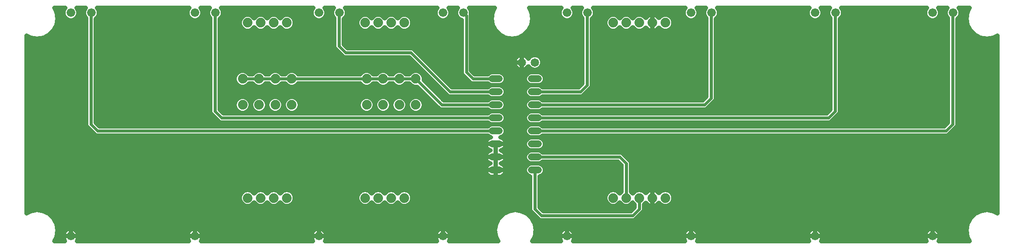
<source format=gbl>
G75*
G70*
%OFA0B0*%
%FSLAX24Y24*%
%IPPOS*%
%LPD*%
%AMOC8*
5,1,8,0,0,1.08239X$1,22.5*
%
%ADD10C,0.0660*%
%ADD11C,0.0520*%
%ADD12C,0.0740*%
%ADD13C,0.0650*%
%ADD14C,0.0240*%
%ADD15C,0.0320*%
D10*
X005223Y002197D03*
X014723Y002197D03*
X024223Y002197D03*
X033723Y002197D03*
X043223Y002197D03*
X052723Y002197D03*
X062223Y002197D03*
X071223Y002197D03*
X071223Y019323D03*
X072797Y019323D03*
X063797Y019323D03*
X062223Y019323D03*
X054297Y019323D03*
X052723Y019323D03*
X044797Y019323D03*
X043223Y019323D03*
X035297Y019323D03*
X033723Y019323D03*
X025797Y019323D03*
X024223Y019323D03*
X016297Y019323D03*
X014723Y019323D03*
X006797Y019323D03*
X005223Y019323D03*
D11*
X037500Y014260D02*
X038020Y014260D01*
X040500Y014260D02*
X041020Y014260D01*
X041020Y013260D02*
X040500Y013260D01*
X038020Y013260D02*
X037500Y013260D01*
X037500Y012260D02*
X038020Y012260D01*
X040500Y012260D02*
X041020Y012260D01*
X041020Y011260D02*
X040500Y011260D01*
X038020Y011260D02*
X037500Y011260D01*
X037500Y010260D02*
X038020Y010260D01*
X040500Y010260D02*
X041020Y010260D01*
X041020Y009260D02*
X040500Y009260D01*
X038020Y009260D02*
X037500Y009260D01*
X037500Y008260D02*
X038020Y008260D01*
X040500Y008260D02*
X041020Y008260D01*
X041020Y007260D02*
X040500Y007260D01*
X038020Y007260D02*
X037500Y007260D01*
D12*
X030760Y005118D03*
X029760Y005118D03*
X028760Y005118D03*
X027760Y005118D03*
X021760Y005118D03*
X020760Y005118D03*
X019760Y005118D03*
X018760Y005118D03*
X018385Y012260D03*
X019635Y012260D03*
X020885Y012260D03*
X022135Y012260D03*
X027885Y012260D03*
X029135Y012260D03*
X030385Y012260D03*
X031635Y012260D03*
X031635Y014260D03*
X030385Y014260D03*
X029135Y014260D03*
X027885Y014260D03*
X022135Y014260D03*
X020885Y014260D03*
X019635Y014260D03*
X018385Y014260D03*
X018760Y018556D03*
X019760Y018556D03*
X020760Y018556D03*
X021760Y018556D03*
X027760Y018556D03*
X028760Y018556D03*
X029760Y018556D03*
X030760Y018556D03*
X046760Y018556D03*
X047760Y018556D03*
X048760Y018556D03*
X049760Y018556D03*
X050760Y018556D03*
X050760Y005118D03*
X049760Y005118D03*
X048760Y005118D03*
X047760Y005118D03*
X046760Y005118D03*
D13*
X040760Y015510D03*
X039760Y015510D03*
D14*
X036010Y014260D02*
X035510Y014760D01*
X035510Y019110D01*
X035297Y019323D01*
X044760Y019286D02*
X044797Y019323D01*
X044760Y019286D02*
X044760Y013760D01*
X044260Y013260D01*
X040760Y013260D01*
X037760Y013260D02*
X034260Y013260D01*
X031260Y016260D01*
X026260Y016260D01*
X025760Y016760D01*
X025760Y018860D01*
X025797Y019323D01*
X016297Y019323D02*
X016260Y019110D01*
X016260Y011760D01*
X016760Y011260D01*
X037760Y011260D01*
X037760Y012260D02*
X033635Y012260D01*
X031635Y014260D01*
X030385Y014260D01*
X029135Y014260D01*
X027885Y014260D01*
X022135Y014260D01*
X020885Y014260D01*
X019635Y014260D01*
X018385Y014260D01*
X007260Y010260D02*
X006760Y010760D01*
X006760Y019286D01*
X006797Y019323D01*
X036010Y014260D02*
X037760Y014260D01*
X040760Y012260D02*
X053760Y012260D01*
X054260Y012760D01*
X054260Y019286D01*
X054297Y019323D01*
X063760Y019286D02*
X063797Y019323D01*
X063760Y019286D02*
X063760Y011760D01*
X063260Y011260D01*
X040760Y011260D01*
X040760Y010260D02*
X072260Y010260D01*
X072760Y010760D01*
X072760Y019286D01*
X072797Y019323D01*
X037760Y010260D02*
X007260Y010260D01*
X040760Y008260D02*
X047260Y008260D01*
X047760Y007760D01*
X047760Y005118D01*
X048760Y005118D02*
X048760Y004260D01*
X048260Y003760D01*
X041260Y003760D01*
X040760Y004260D01*
X040760Y007260D01*
D15*
X004119Y002153D02*
X003949Y001820D01*
X004767Y001820D01*
X004718Y001888D01*
X004676Y001971D01*
X004647Y002059D01*
X004633Y002151D01*
X004633Y002197D01*
X005223Y002197D01*
X005813Y002197D01*
X005813Y002243D01*
X005798Y002335D01*
X005769Y002423D01*
X005727Y002506D01*
X005673Y002581D01*
X005607Y002647D01*
X005532Y002702D01*
X005449Y002744D01*
X005361Y002772D01*
X005269Y002787D01*
X005223Y002787D01*
X005223Y002197D01*
X005223Y002197D01*
X005813Y002197D01*
X005813Y002151D01*
X005798Y002059D01*
X005769Y001971D01*
X005727Y001888D01*
X005678Y001820D01*
X014267Y001820D01*
X014218Y001888D01*
X014176Y001971D01*
X014147Y002059D01*
X014133Y002151D01*
X014133Y002197D01*
X014723Y002197D01*
X015313Y002197D01*
X015313Y002243D01*
X015298Y002335D01*
X015269Y002423D01*
X015227Y002506D01*
X015173Y002581D01*
X015107Y002647D01*
X015032Y002702D01*
X014949Y002744D01*
X014861Y002772D01*
X014769Y002787D01*
X014723Y002787D01*
X014723Y002197D01*
X014723Y002197D01*
X015313Y002197D01*
X015313Y002151D01*
X015298Y002059D01*
X015269Y001971D01*
X015227Y001888D01*
X015178Y001820D01*
X023767Y001820D01*
X023718Y001888D01*
X023676Y001971D01*
X023647Y002059D01*
X023633Y002151D01*
X023633Y002197D01*
X024223Y002197D01*
X024813Y002197D01*
X024813Y002243D01*
X024798Y002335D01*
X024769Y002423D01*
X024727Y002506D01*
X024673Y002581D01*
X024607Y002647D01*
X024532Y002702D01*
X024449Y002744D01*
X024361Y002772D01*
X024269Y002787D01*
X024223Y002787D01*
X024223Y002197D01*
X024223Y002197D01*
X024813Y002197D01*
X024813Y002151D01*
X024798Y002059D01*
X024769Y001971D01*
X024727Y001888D01*
X024678Y001820D01*
X033267Y001820D01*
X033218Y001888D01*
X033176Y001971D01*
X033147Y002059D01*
X033133Y002151D01*
X033133Y002197D01*
X033723Y002197D01*
X034313Y002197D01*
X034313Y002243D01*
X034298Y002335D01*
X034269Y002423D01*
X034227Y002506D01*
X034173Y002581D01*
X034107Y002647D01*
X034032Y002702D01*
X033949Y002744D01*
X033861Y002772D01*
X033769Y002787D01*
X033723Y002787D01*
X033723Y002197D01*
X033723Y002197D01*
X034313Y002197D01*
X034313Y002151D01*
X034298Y002059D01*
X034269Y001971D01*
X034227Y001888D01*
X034178Y001820D01*
X037946Y001820D01*
X037776Y002153D01*
X037776Y002153D01*
X037700Y002635D01*
X037700Y002635D01*
X037776Y003117D01*
X037776Y003117D01*
X037998Y003552D01*
X037998Y003552D01*
X038343Y003897D01*
X038343Y003897D01*
X038778Y004119D01*
X038778Y004119D01*
X039260Y004195D01*
X039260Y004195D01*
X039742Y004119D01*
X039742Y004119D01*
X040177Y003897D01*
X040177Y003897D01*
X040522Y003552D01*
X040522Y003552D01*
X040744Y003117D01*
X040744Y003117D01*
X040820Y002635D01*
X040744Y002153D01*
X040744Y002153D01*
X040574Y001820D01*
X042767Y001820D01*
X042718Y001888D01*
X042676Y001971D01*
X042647Y002059D01*
X042633Y002151D01*
X042633Y002197D01*
X043223Y002197D01*
X043813Y002197D01*
X043813Y002243D01*
X043798Y002335D01*
X043769Y002423D01*
X043727Y002506D01*
X043673Y002581D01*
X043607Y002647D01*
X043532Y002702D01*
X043449Y002744D01*
X043361Y002772D01*
X043269Y002787D01*
X043223Y002787D01*
X043223Y002197D01*
X043223Y002197D01*
X043813Y002197D01*
X043813Y002151D01*
X043798Y002059D01*
X043769Y001971D01*
X043727Y001888D01*
X043678Y001820D01*
X052267Y001820D01*
X052218Y001888D01*
X052176Y001971D01*
X052147Y002059D01*
X052133Y002151D01*
X052133Y002197D01*
X052723Y002197D01*
X053313Y002197D01*
X053313Y002243D01*
X053298Y002335D01*
X053269Y002423D01*
X053227Y002506D01*
X053173Y002581D01*
X053107Y002647D01*
X053032Y002702D01*
X052949Y002744D01*
X052861Y002772D01*
X052769Y002787D01*
X052723Y002787D01*
X052723Y002197D01*
X052723Y002197D01*
X053313Y002197D01*
X053313Y002151D01*
X053298Y002059D01*
X053269Y001971D01*
X053227Y001888D01*
X053178Y001820D01*
X061767Y001820D01*
X061718Y001888D01*
X061676Y001971D01*
X061647Y002059D01*
X061633Y002151D01*
X061633Y002197D01*
X062223Y002197D01*
X062813Y002197D01*
X062813Y002243D01*
X062798Y002335D01*
X062769Y002423D01*
X062727Y002506D01*
X062673Y002581D01*
X062607Y002647D01*
X062532Y002702D01*
X062449Y002744D01*
X062361Y002772D01*
X062269Y002787D01*
X062223Y002787D01*
X062223Y002197D01*
X062223Y002197D01*
X062813Y002197D01*
X062813Y002151D01*
X062798Y002059D01*
X062769Y001971D01*
X062727Y001888D01*
X062678Y001820D01*
X070767Y001820D01*
X070718Y001888D01*
X070676Y001971D01*
X070647Y002059D01*
X070633Y002151D01*
X070633Y002197D01*
X071223Y002197D01*
X071813Y002197D01*
X071813Y002243D01*
X071798Y002335D01*
X071769Y002423D01*
X071727Y002506D01*
X071673Y002581D01*
X071607Y002647D01*
X071532Y002702D01*
X071449Y002744D01*
X071361Y002772D01*
X071269Y002787D01*
X071223Y002787D01*
X071223Y002197D01*
X071223Y002197D01*
X071813Y002197D01*
X071813Y002151D01*
X071798Y002059D01*
X071769Y001971D01*
X071727Y001888D01*
X071678Y001820D01*
X074071Y001820D01*
X073901Y002153D01*
X073901Y002153D01*
X073825Y002635D01*
X073825Y002635D01*
X073901Y003117D01*
X073901Y003117D01*
X074123Y003552D01*
X074123Y003552D01*
X074468Y003897D01*
X074468Y003897D01*
X074903Y004119D01*
X074903Y004119D01*
X075385Y004195D01*
X075385Y004195D01*
X075867Y004119D01*
X075867Y004119D01*
X076200Y003949D01*
X076200Y017571D01*
X075867Y017401D01*
X075867Y017401D01*
X075385Y017325D01*
X075385Y017325D01*
X074903Y017401D01*
X074903Y017401D01*
X074468Y017623D01*
X074468Y017623D01*
X074123Y017968D01*
X074123Y017968D01*
X073901Y018403D01*
X073901Y018403D01*
X073825Y018885D01*
X073825Y018885D01*
X073901Y019367D01*
X073901Y019367D01*
X074071Y019700D01*
X073226Y019700D01*
X073281Y019646D01*
X073367Y019436D01*
X073367Y019210D01*
X073281Y019000D01*
X073120Y018840D01*
X073120Y018840D01*
X073120Y010688D01*
X073065Y010556D01*
X072964Y010455D01*
X072464Y009955D01*
X072332Y009900D01*
X041367Y009900D01*
X041303Y009836D01*
X041119Y009760D01*
X041303Y009684D01*
X041444Y009543D01*
X041520Y009359D01*
X041520Y009161D01*
X041444Y008977D01*
X041303Y008836D01*
X041119Y008760D01*
X040401Y008760D01*
X040217Y008836D01*
X040076Y008977D01*
X040000Y009161D01*
X040000Y009359D01*
X040076Y009543D01*
X040217Y009684D01*
X040401Y009760D01*
X041119Y009760D01*
X040401Y009760D01*
X040217Y009836D01*
X040076Y009977D01*
X040000Y010161D01*
X040000Y010359D01*
X040076Y010543D01*
X040217Y010684D01*
X040401Y010760D01*
X041119Y010760D01*
X041303Y010684D01*
X041367Y010620D01*
X072111Y010620D01*
X072400Y010909D01*
X072400Y018914D01*
X072314Y019000D01*
X072227Y019210D01*
X072227Y019436D01*
X072314Y019646D01*
X072368Y019700D01*
X071652Y019700D01*
X071706Y019646D01*
X071793Y019436D01*
X071793Y019210D01*
X071706Y019000D01*
X071545Y018840D01*
X071336Y018753D01*
X071109Y018753D01*
X070900Y018840D01*
X070739Y019000D01*
X070653Y019210D01*
X070653Y019436D01*
X070739Y019646D01*
X070794Y019700D01*
X064226Y019700D01*
X064281Y019646D01*
X064367Y019436D01*
X064367Y019210D01*
X064281Y019000D01*
X064120Y018840D01*
X064120Y018840D01*
X064120Y011688D01*
X064065Y011556D01*
X063964Y011455D01*
X063464Y010955D01*
X063332Y010900D01*
X041367Y010900D01*
X041303Y010836D01*
X041119Y010760D01*
X040401Y010760D01*
X040217Y010836D01*
X040076Y010977D01*
X040000Y011161D01*
X040000Y011359D01*
X040076Y011543D01*
X040217Y011684D01*
X040401Y011760D01*
X041119Y011760D01*
X041303Y011684D01*
X041367Y011620D01*
X063111Y011620D01*
X063400Y011909D01*
X063400Y018914D01*
X063314Y019000D01*
X063227Y019210D01*
X063227Y019436D01*
X063314Y019646D01*
X063368Y019700D01*
X062652Y019700D01*
X062706Y019646D01*
X062793Y019436D01*
X062793Y019210D01*
X062706Y019000D01*
X062545Y018840D01*
X062336Y018753D01*
X062109Y018753D01*
X061900Y018840D01*
X061739Y019000D01*
X061653Y019210D01*
X061653Y019436D01*
X061739Y019646D01*
X061794Y019700D01*
X054726Y019700D01*
X054781Y019646D01*
X054867Y019436D01*
X054867Y019210D01*
X054781Y019000D01*
X054620Y018840D01*
X054620Y018840D01*
X054620Y012688D01*
X054565Y012556D01*
X054464Y012455D01*
X053964Y011955D01*
X053832Y011900D01*
X041367Y011900D01*
X041303Y011836D01*
X041119Y011760D01*
X040401Y011760D01*
X040217Y011836D01*
X040076Y011977D01*
X040000Y012161D01*
X040000Y012359D01*
X040076Y012543D01*
X040217Y012684D01*
X040401Y012760D01*
X041119Y012760D01*
X041303Y012684D01*
X041367Y012620D01*
X053611Y012620D01*
X053900Y012909D01*
X053900Y018914D01*
X053814Y019000D01*
X053727Y019210D01*
X053727Y019436D01*
X053814Y019646D01*
X053868Y019700D01*
X053152Y019700D01*
X053206Y019646D01*
X053293Y019436D01*
X053293Y019210D01*
X053206Y019000D01*
X053045Y018840D01*
X052836Y018753D01*
X052609Y018753D01*
X052400Y018840D01*
X052239Y019000D01*
X052153Y019210D01*
X052153Y019436D01*
X052239Y019646D01*
X052294Y019700D01*
X045226Y019700D01*
X045281Y019646D01*
X045367Y019436D01*
X045367Y019210D01*
X045281Y019000D01*
X045120Y018840D01*
X045120Y018840D01*
X045120Y013688D01*
X045065Y013556D01*
X044964Y013455D01*
X044464Y012955D01*
X044332Y012900D01*
X041367Y012900D01*
X041303Y012836D01*
X041119Y012760D01*
X040401Y012760D01*
X040217Y012836D01*
X040076Y012977D01*
X040000Y013161D01*
X040000Y013359D01*
X040076Y013543D01*
X040217Y013684D01*
X040401Y013760D01*
X041119Y013760D01*
X041303Y013836D01*
X041444Y013977D01*
X041520Y014161D01*
X041520Y014359D01*
X041444Y014543D01*
X041303Y014684D01*
X041119Y014760D01*
X040401Y014760D01*
X040217Y014684D01*
X040076Y014543D01*
X040000Y014359D01*
X040000Y014161D01*
X040076Y013977D01*
X040217Y013836D01*
X040401Y013760D01*
X041119Y013760D01*
X041303Y013684D01*
X041367Y013620D01*
X044111Y013620D01*
X044400Y013909D01*
X044400Y018914D01*
X044314Y019000D01*
X044227Y019210D01*
X044227Y019436D01*
X044314Y019646D01*
X044368Y019700D01*
X043652Y019700D01*
X043706Y019646D01*
X043793Y019436D01*
X043793Y019210D01*
X043706Y019000D01*
X043545Y018840D01*
X043336Y018753D01*
X043109Y018753D01*
X042900Y018840D01*
X042739Y019000D01*
X042653Y019210D01*
X042653Y019436D01*
X042739Y019646D01*
X042794Y019700D01*
X040324Y019700D01*
X040494Y019367D01*
X040494Y019367D01*
X040570Y018885D01*
X040494Y018403D01*
X040494Y018403D01*
X040272Y017968D01*
X040272Y017968D01*
X039927Y017623D01*
X039927Y017623D01*
X039492Y017401D01*
X039492Y017401D01*
X039010Y017325D01*
X039010Y017325D01*
X038528Y017401D01*
X038528Y017401D01*
X038093Y017623D01*
X038093Y017623D01*
X037748Y017968D01*
X037748Y017968D01*
X037526Y018403D01*
X037450Y018885D01*
X037526Y019367D01*
X037696Y019700D01*
X035726Y019700D01*
X035781Y019646D01*
X035867Y019436D01*
X035867Y019210D01*
X035863Y019199D01*
X035870Y019182D01*
X035870Y014909D01*
X036159Y014620D01*
X037153Y014620D01*
X037217Y014684D01*
X037401Y014760D01*
X038119Y014760D01*
X038303Y014684D01*
X038444Y014543D01*
X038520Y014359D01*
X038520Y014161D01*
X038444Y013977D01*
X038303Y013836D01*
X038119Y013760D01*
X037401Y013760D01*
X037217Y013836D01*
X037153Y013900D01*
X035938Y013900D01*
X035806Y013955D01*
X035306Y014455D01*
X035205Y014556D01*
X035150Y014688D01*
X035150Y018767D01*
X034975Y018840D01*
X034814Y019000D01*
X034727Y019210D01*
X034727Y019436D01*
X034814Y019646D01*
X034868Y019700D01*
X034152Y019700D01*
X034206Y019646D01*
X034293Y019436D01*
X034293Y019210D01*
X034206Y019000D01*
X034045Y018840D01*
X033836Y018753D01*
X033609Y018753D01*
X033400Y018840D01*
X033239Y019000D01*
X033153Y019210D01*
X033153Y019436D01*
X033239Y019646D01*
X033294Y019700D01*
X026226Y019700D01*
X026281Y019646D01*
X026367Y019436D01*
X026367Y019210D01*
X026281Y019000D01*
X026120Y018840D01*
X026120Y018840D01*
X026120Y016909D01*
X026409Y016620D01*
X031332Y016620D01*
X031464Y016565D01*
X031565Y016464D01*
X031565Y016464D01*
X034409Y013620D01*
X037153Y013620D01*
X037217Y013684D01*
X037401Y013760D01*
X038119Y013760D01*
X038303Y013684D01*
X038444Y013543D01*
X038520Y013359D01*
X038520Y013161D01*
X038444Y012977D01*
X038303Y012836D01*
X038119Y012760D01*
X038303Y012684D01*
X038444Y012543D01*
X038520Y012359D01*
X038520Y012161D01*
X038444Y011977D01*
X038303Y011836D01*
X038119Y011760D01*
X037401Y011760D01*
X037217Y011836D01*
X037153Y011900D01*
X033563Y011900D01*
X033431Y011955D01*
X031736Y013650D01*
X031514Y013650D01*
X031289Y013743D01*
X031132Y013900D01*
X030888Y013900D01*
X030731Y013743D01*
X030506Y013650D01*
X030264Y013650D01*
X030039Y013743D01*
X029882Y013900D01*
X029638Y013900D01*
X029481Y013743D01*
X029256Y013650D01*
X029014Y013650D01*
X028789Y013743D01*
X028632Y013900D01*
X028388Y013900D01*
X028231Y013743D01*
X028006Y013650D01*
X027764Y013650D01*
X027539Y013743D01*
X027382Y013900D01*
X022638Y013900D01*
X022481Y013743D01*
X022256Y013650D01*
X022014Y013650D01*
X021789Y013743D01*
X021632Y013900D01*
X021388Y013900D01*
X021231Y013743D01*
X021006Y013650D01*
X020764Y013650D01*
X020539Y013743D01*
X020382Y013900D01*
X020138Y013900D01*
X019981Y013743D01*
X019756Y013650D01*
X019514Y013650D01*
X019289Y013743D01*
X019132Y013900D01*
X018888Y013900D01*
X018731Y013743D01*
X018506Y013650D01*
X018264Y013650D01*
X018039Y013743D01*
X017868Y013914D01*
X017775Y014139D01*
X017775Y014381D01*
X017868Y014606D01*
X018039Y014777D01*
X018264Y014870D01*
X018506Y014870D01*
X018731Y014777D01*
X018888Y014620D01*
X019132Y014620D01*
X019289Y014777D01*
X019514Y014870D01*
X019756Y014870D01*
X019981Y014777D01*
X020138Y014620D01*
X020382Y014620D01*
X020539Y014777D01*
X020764Y014870D01*
X021006Y014870D01*
X021231Y014777D01*
X021388Y014620D01*
X021632Y014620D01*
X021789Y014777D01*
X022014Y014870D01*
X022256Y014870D01*
X022481Y014777D01*
X022638Y014620D01*
X027382Y014620D01*
X027539Y014777D01*
X027764Y014870D01*
X028006Y014870D01*
X028231Y014777D01*
X028388Y014620D01*
X028632Y014620D01*
X028789Y014777D01*
X029014Y014870D01*
X029256Y014870D01*
X029481Y014777D01*
X029638Y014620D01*
X029882Y014620D01*
X030039Y014777D01*
X030264Y014870D01*
X030506Y014870D01*
X030731Y014777D01*
X030888Y014620D01*
X031132Y014620D01*
X031289Y014777D01*
X031514Y014870D01*
X031756Y014870D01*
X031981Y014777D01*
X032152Y014606D01*
X032245Y014381D01*
X032245Y014159D01*
X033784Y012620D01*
X037153Y012620D01*
X037217Y012684D01*
X037401Y012760D01*
X038119Y012760D01*
X037401Y012760D01*
X037217Y012836D01*
X037153Y012900D01*
X034188Y012900D01*
X034056Y012955D01*
X031111Y015900D01*
X026188Y015900D01*
X026056Y015955D01*
X025556Y016455D01*
X025455Y016556D01*
X025400Y016688D01*
X025400Y018804D01*
X025395Y018818D01*
X025400Y018875D01*
X025400Y018914D01*
X025314Y019000D01*
X025227Y019210D01*
X025227Y019436D01*
X025314Y019646D01*
X025368Y019700D01*
X024652Y019700D01*
X024706Y019646D01*
X024793Y019436D01*
X024793Y019210D01*
X024706Y019000D01*
X024545Y018840D01*
X024336Y018753D01*
X024109Y018753D01*
X023900Y018840D01*
X023739Y019000D01*
X023653Y019210D01*
X023653Y019436D01*
X023739Y019646D01*
X023794Y019700D01*
X016726Y019700D01*
X016781Y019646D01*
X016867Y019436D01*
X016867Y019210D01*
X016781Y019000D01*
X016620Y018840D01*
X016620Y018840D01*
X016620Y011909D01*
X016909Y011620D01*
X037153Y011620D01*
X037217Y011684D01*
X037401Y011760D01*
X038119Y011760D01*
X038303Y011684D01*
X038444Y011543D01*
X038520Y011359D01*
X038520Y011161D01*
X038444Y010977D01*
X038303Y010836D01*
X038119Y010760D01*
X037401Y010760D01*
X037217Y010836D01*
X037153Y010900D01*
X016688Y010900D01*
X016556Y010955D01*
X016056Y011455D01*
X015955Y011556D01*
X015900Y011688D01*
X015900Y018914D01*
X015814Y019000D01*
X015727Y019210D01*
X015727Y019436D01*
X015814Y019646D01*
X015868Y019700D01*
X015152Y019700D01*
X015206Y019646D01*
X015293Y019436D01*
X015293Y019210D01*
X015206Y019000D01*
X015045Y018840D01*
X014836Y018753D01*
X014609Y018753D01*
X014400Y018840D01*
X014239Y019000D01*
X014153Y019210D01*
X014153Y019436D01*
X014239Y019646D01*
X014294Y019700D01*
X007226Y019700D01*
X007281Y019646D01*
X007367Y019436D01*
X007367Y019210D01*
X007281Y019000D01*
X007120Y018840D01*
X007120Y018840D01*
X007120Y010909D01*
X007409Y010620D01*
X037153Y010620D01*
X037217Y010684D01*
X037401Y010760D01*
X038119Y010760D01*
X038303Y010684D01*
X038444Y010543D01*
X038520Y010359D01*
X038520Y010161D01*
X038444Y009977D01*
X038303Y009836D01*
X038138Y009768D01*
X038142Y009767D01*
X038220Y009742D01*
X038293Y009705D01*
X038359Y009657D01*
X038417Y009599D01*
X038465Y009533D01*
X038502Y009460D01*
X038527Y009382D01*
X038540Y009301D01*
X038540Y009260D01*
X037760Y009260D01*
X037760Y009260D01*
X037760Y008780D01*
X037760Y008260D01*
X037760Y008260D01*
X038540Y008260D01*
X038540Y008301D01*
X038527Y008382D01*
X038502Y008460D01*
X038465Y008533D01*
X038417Y008599D01*
X038359Y008657D01*
X038293Y008705D01*
X038220Y008742D01*
X038164Y008760D01*
X038220Y008778D01*
X038293Y008815D01*
X038359Y008863D01*
X038417Y008921D01*
X038465Y008987D01*
X038502Y009060D01*
X038527Y009138D01*
X038540Y009219D01*
X038540Y009260D01*
X037760Y009260D01*
X037760Y009260D01*
X037760Y009260D01*
X036980Y009260D01*
X036980Y009301D01*
X036993Y009382D01*
X037018Y009460D01*
X037055Y009533D01*
X037103Y009599D01*
X037161Y009657D01*
X037227Y009705D01*
X037300Y009742D01*
X037378Y009767D01*
X037382Y009768D01*
X037217Y009836D01*
X037153Y009900D01*
X007188Y009900D01*
X007056Y009955D01*
X006556Y010455D01*
X006455Y010556D01*
X006400Y010688D01*
X006400Y018914D01*
X006314Y019000D01*
X006227Y019210D01*
X006227Y019436D01*
X006314Y019646D01*
X006368Y019700D01*
X005652Y019700D01*
X005706Y019646D01*
X005793Y019436D01*
X005793Y019210D01*
X005706Y019000D01*
X005545Y018840D01*
X005336Y018753D01*
X005109Y018753D01*
X004900Y018840D01*
X004739Y019000D01*
X004653Y019210D01*
X004653Y019436D01*
X004739Y019646D01*
X004794Y019700D01*
X003949Y019700D01*
X004119Y019367D01*
X004119Y019367D01*
X004195Y018885D01*
X004119Y018403D01*
X004119Y018403D01*
X003897Y017968D01*
X003897Y017968D01*
X003552Y017623D01*
X003552Y017623D01*
X003117Y017401D01*
X003117Y017401D01*
X002635Y017325D01*
X002635Y017325D01*
X002153Y017401D01*
X002153Y017401D01*
X001820Y017571D01*
X001820Y003949D01*
X002153Y004119D01*
X002153Y004119D01*
X002635Y004195D01*
X002635Y004195D01*
X003117Y004119D01*
X003117Y004119D01*
X003552Y003897D01*
X003552Y003897D01*
X003897Y003552D01*
X003897Y003552D01*
X004119Y003117D01*
X004119Y003117D01*
X004195Y002635D01*
X004195Y002635D01*
X004119Y002153D01*
X004129Y002216D02*
X004633Y002216D01*
X004633Y002197D02*
X005223Y002197D01*
X005223Y002197D01*
X005223Y002787D01*
X005176Y002787D01*
X005084Y002772D01*
X004996Y002744D01*
X004913Y002702D01*
X004838Y002647D01*
X004773Y002581D01*
X004718Y002506D01*
X004676Y002423D01*
X004647Y002335D01*
X004633Y002243D01*
X004633Y002197D01*
X004738Y002534D02*
X004179Y002534D01*
X005223Y002534D02*
X005223Y002534D01*
X005223Y002216D02*
X005223Y002216D01*
X005223Y002197D02*
X005223Y002197D01*
X005707Y002534D02*
X014238Y002534D01*
X014218Y002506D02*
X014176Y002423D01*
X014147Y002335D01*
X014133Y002243D01*
X014133Y002197D01*
X014723Y002197D01*
X014723Y002197D01*
X014723Y002787D01*
X014676Y002787D01*
X014584Y002772D01*
X014496Y002744D01*
X014413Y002702D01*
X014338Y002647D01*
X014273Y002581D01*
X014218Y002506D01*
X014133Y002216D02*
X005813Y002216D01*
X005732Y001897D02*
X014213Y001897D01*
X015232Y001897D02*
X023713Y001897D01*
X024732Y001897D02*
X033213Y001897D01*
X034232Y001897D02*
X037907Y001897D01*
X037766Y002216D02*
X034313Y002216D01*
X034207Y002534D02*
X037716Y002534D01*
X037734Y002853D02*
X004161Y002853D01*
X004091Y003171D02*
X037804Y003171D01*
X037966Y003490D02*
X003929Y003490D01*
X003641Y003808D02*
X038254Y003808D01*
X038828Y004127D02*
X003067Y004127D01*
X002203Y004127D02*
X001820Y004127D01*
X001820Y004445D02*
X040400Y004445D01*
X040400Y004188D02*
X040455Y004056D01*
X040955Y003556D01*
X041056Y003455D01*
X041188Y003400D01*
X048332Y003400D01*
X048464Y003455D01*
X048964Y003955D01*
X049065Y004056D01*
X049120Y004188D01*
X049120Y004616D01*
X049251Y004747D01*
X049279Y004708D01*
X049350Y004638D01*
X049430Y004579D01*
X049518Y004534D01*
X049612Y004504D01*
X049710Y004488D01*
X049760Y004488D01*
X049810Y004488D01*
X049908Y004504D01*
X050002Y004534D01*
X050090Y004579D01*
X050170Y004638D01*
X050241Y004708D01*
X050269Y004747D01*
X050414Y004601D01*
X050639Y004508D01*
X050881Y004508D01*
X051106Y004601D01*
X051277Y004773D01*
X051370Y004997D01*
X051370Y005240D01*
X051277Y005464D01*
X051106Y005635D01*
X050881Y005728D01*
X050639Y005728D01*
X050414Y005635D01*
X050269Y005490D01*
X050241Y005529D01*
X050170Y005599D01*
X050090Y005657D01*
X050002Y005702D01*
X049908Y005733D01*
X049810Y005748D01*
X049760Y005748D01*
X049760Y005118D01*
X049760Y004488D01*
X049760Y005118D01*
X049760Y005118D01*
X049760Y005748D01*
X049710Y005748D01*
X049612Y005733D01*
X049518Y005702D01*
X049430Y005657D01*
X049350Y005599D01*
X049279Y005529D01*
X049251Y005490D01*
X049106Y005635D01*
X048881Y005728D01*
X048639Y005728D01*
X048414Y005635D01*
X048260Y005481D01*
X048120Y005621D01*
X048120Y007832D01*
X048065Y007964D01*
X047964Y008065D01*
X047464Y008565D01*
X047332Y008620D01*
X041367Y008620D01*
X041303Y008684D01*
X041119Y008760D01*
X040401Y008760D01*
X040217Y008684D01*
X040076Y008543D01*
X040000Y008359D01*
X040000Y008161D01*
X040076Y007977D01*
X040217Y007836D01*
X040401Y007760D01*
X041119Y007760D01*
X041303Y007684D01*
X041444Y007543D01*
X041520Y007359D01*
X041520Y007161D01*
X041444Y006977D01*
X041303Y006836D01*
X041120Y006760D01*
X041120Y004409D01*
X041409Y004120D01*
X048111Y004120D01*
X048400Y004409D01*
X048400Y004616D01*
X048260Y004756D01*
X048106Y004601D01*
X047881Y004508D01*
X047639Y004508D01*
X047414Y004601D01*
X047260Y004756D01*
X047106Y004601D01*
X046881Y004508D01*
X046639Y004508D01*
X046414Y004601D01*
X046243Y004773D01*
X046150Y004997D01*
X046150Y005240D01*
X046243Y005464D01*
X046414Y005635D01*
X046639Y005728D01*
X046881Y005728D01*
X047106Y005635D01*
X047260Y005481D01*
X047400Y005621D01*
X047400Y007611D01*
X047111Y007900D01*
X041367Y007900D01*
X041303Y007836D01*
X041119Y007760D01*
X040401Y007760D01*
X040217Y007684D01*
X040076Y007543D01*
X040000Y007359D01*
X040000Y007161D01*
X040076Y006977D01*
X040217Y006836D01*
X040400Y006760D01*
X040400Y004188D01*
X040426Y004127D02*
X039692Y004127D01*
X040266Y003808D02*
X040703Y003808D01*
X040554Y003490D02*
X041021Y003490D01*
X040716Y003171D02*
X073929Y003171D01*
X073859Y002853D02*
X040786Y002853D01*
X040804Y002534D02*
X042738Y002534D01*
X042718Y002506D02*
X042676Y002423D01*
X042647Y002335D01*
X042633Y002243D01*
X042633Y002197D01*
X043223Y002197D01*
X043223Y002197D01*
X043223Y002787D01*
X043176Y002787D01*
X043084Y002772D01*
X042996Y002744D01*
X042913Y002702D01*
X042838Y002647D01*
X042773Y002581D01*
X042718Y002506D01*
X042633Y002216D02*
X040754Y002216D01*
X040613Y001897D02*
X042713Y001897D01*
X043223Y002197D02*
X043223Y002197D01*
X043223Y002216D02*
X043223Y002216D01*
X043223Y002534D02*
X043223Y002534D01*
X043707Y002534D02*
X052238Y002534D01*
X052218Y002506D02*
X052176Y002423D01*
X052147Y002335D01*
X052133Y002243D01*
X052133Y002197D01*
X052723Y002197D01*
X052723Y002197D01*
X052723Y002787D01*
X052676Y002787D01*
X052584Y002772D01*
X052496Y002744D01*
X052413Y002702D01*
X052338Y002647D01*
X052273Y002581D01*
X052218Y002506D01*
X052133Y002216D02*
X043813Y002216D01*
X043732Y001897D02*
X052213Y001897D01*
X052723Y002197D02*
X052723Y002197D01*
X052723Y002216D02*
X052723Y002216D01*
X052723Y002534D02*
X052723Y002534D01*
X053207Y002534D02*
X061738Y002534D01*
X061718Y002506D02*
X061676Y002423D01*
X061647Y002335D01*
X061633Y002243D01*
X061633Y002197D01*
X062223Y002197D01*
X062223Y002197D01*
X062223Y002787D01*
X062176Y002787D01*
X062084Y002772D01*
X061996Y002744D01*
X061913Y002702D01*
X061838Y002647D01*
X061773Y002581D01*
X061718Y002506D01*
X061633Y002216D02*
X053313Y002216D01*
X053232Y001897D02*
X061713Y001897D01*
X062732Y001897D02*
X070713Y001897D01*
X071732Y001897D02*
X074032Y001897D01*
X073891Y002216D02*
X071813Y002216D01*
X071707Y002534D02*
X073841Y002534D01*
X071223Y002534D02*
X071223Y002534D01*
X071223Y002787D02*
X071223Y002197D01*
X071223Y002197D01*
X071223Y002197D01*
X070633Y002197D01*
X070633Y002243D01*
X070647Y002335D01*
X070676Y002423D01*
X070718Y002506D01*
X070773Y002581D01*
X070838Y002647D01*
X070913Y002702D01*
X070996Y002744D01*
X071084Y002772D01*
X071176Y002787D01*
X071223Y002787D01*
X070738Y002534D02*
X062707Y002534D01*
X062813Y002216D02*
X070633Y002216D01*
X071223Y002216D02*
X071223Y002216D01*
X074091Y003490D02*
X048499Y003490D01*
X048817Y003808D02*
X074379Y003808D01*
X074953Y004127D02*
X049094Y004127D01*
X049120Y004445D02*
X076200Y004445D01*
X076200Y004127D02*
X075817Y004127D01*
X076200Y004764D02*
X051268Y004764D01*
X051370Y005082D02*
X076200Y005082D01*
X076200Y005401D02*
X051303Y005401D01*
X050904Y005719D02*
X076200Y005719D01*
X076200Y006038D02*
X048120Y006038D01*
X048120Y006356D02*
X076200Y006356D01*
X076200Y006675D02*
X048120Y006675D01*
X048120Y006993D02*
X076200Y006993D01*
X076200Y007312D02*
X048120Y007312D01*
X047400Y007312D02*
X041520Y007312D01*
X041451Y006993D02*
X047400Y006993D01*
X047400Y006675D02*
X041120Y006675D01*
X040400Y006675D02*
X001820Y006675D01*
X001820Y006993D02*
X037052Y006993D01*
X037055Y006987D02*
X037103Y006921D01*
X037161Y006863D01*
X037227Y006815D01*
X037300Y006778D01*
X037378Y006753D01*
X037459Y006740D01*
X037760Y006740D01*
X038061Y006740D01*
X038142Y006753D01*
X038220Y006778D01*
X038293Y006815D01*
X038359Y006863D01*
X038417Y006921D01*
X038465Y006987D01*
X038502Y007060D01*
X038527Y007138D01*
X038540Y007219D01*
X038540Y007260D01*
X038540Y007301D01*
X038527Y007382D01*
X038502Y007460D01*
X038465Y007533D01*
X038417Y007599D01*
X038359Y007657D01*
X038293Y007705D01*
X038220Y007742D01*
X038164Y007760D01*
X038220Y007778D01*
X038293Y007815D01*
X038359Y007863D01*
X038417Y007921D01*
X038465Y007987D01*
X038502Y008060D01*
X038527Y008138D01*
X038540Y008219D01*
X038540Y008260D01*
X037760Y008260D01*
X037760Y008260D01*
X037760Y009260D01*
X036980Y009260D01*
X036980Y009219D01*
X036993Y009138D01*
X037018Y009060D01*
X037055Y008987D01*
X037103Y008921D01*
X037161Y008863D01*
X037227Y008815D01*
X037300Y008778D01*
X037356Y008760D01*
X037300Y008742D01*
X037227Y008705D01*
X037161Y008657D01*
X037103Y008599D01*
X037055Y008533D01*
X037018Y008460D01*
X036993Y008382D01*
X036980Y008301D01*
X036980Y008260D01*
X037760Y008260D01*
X037760Y007260D01*
X037760Y007260D01*
X038540Y007260D01*
X037760Y007260D01*
X037760Y007260D01*
X037760Y007780D01*
X037760Y008260D01*
X037760Y008260D01*
X037760Y008260D01*
X036980Y008260D01*
X036980Y008219D01*
X036993Y008138D01*
X037018Y008060D01*
X037055Y007987D01*
X037103Y007921D01*
X037161Y007863D01*
X037227Y007815D01*
X037300Y007778D01*
X037356Y007760D01*
X037300Y007742D01*
X037227Y007705D01*
X037161Y007657D01*
X037103Y007599D01*
X037055Y007533D01*
X037018Y007460D01*
X036993Y007382D01*
X036980Y007301D01*
X036980Y007260D01*
X037760Y007260D01*
X037760Y006740D01*
X037760Y007260D01*
X037760Y007260D01*
X037760Y007260D01*
X036980Y007260D01*
X036980Y007219D01*
X036993Y007138D01*
X037018Y007060D01*
X037055Y006987D01*
X036982Y007312D02*
X001820Y007312D01*
X001820Y007630D02*
X037135Y007630D01*
X037084Y007949D02*
X001820Y007949D01*
X001820Y008267D02*
X036980Y008267D01*
X037094Y008586D02*
X001820Y008586D01*
X001820Y008904D02*
X037121Y008904D01*
X036980Y009223D02*
X001820Y009223D01*
X001820Y009541D02*
X037061Y009541D01*
X037193Y009860D02*
X001820Y009860D01*
X001820Y010178D02*
X006833Y010178D01*
X006514Y010497D02*
X001820Y010497D01*
X001820Y010815D02*
X006400Y010815D01*
X006400Y011134D02*
X001820Y011134D01*
X001820Y011452D02*
X006400Y011452D01*
X006400Y011771D02*
X001820Y011771D01*
X001820Y012089D02*
X006400Y012089D01*
X006400Y012408D02*
X001820Y012408D01*
X001820Y012726D02*
X006400Y012726D01*
X006400Y013045D02*
X001820Y013045D01*
X001820Y013363D02*
X006400Y013363D01*
X006400Y013682D02*
X001820Y013682D01*
X001820Y014000D02*
X006400Y014000D01*
X006400Y014319D02*
X001820Y014319D01*
X001820Y014637D02*
X006400Y014637D01*
X006400Y014956D02*
X001820Y014956D01*
X001820Y015274D02*
X006400Y015274D01*
X007120Y015274D02*
X015900Y015274D01*
X015900Y014956D02*
X007120Y014956D01*
X007120Y014637D02*
X015900Y014637D01*
X016620Y014637D02*
X017899Y014637D01*
X016620Y014956D02*
X032055Y014956D01*
X032121Y014637D02*
X032374Y014637D01*
X033074Y014956D02*
X035150Y014956D01*
X035150Y015274D02*
X032755Y015274D01*
X031737Y015274D02*
X016620Y015274D01*
X016620Y015593D02*
X031418Y015593D01*
X032118Y015911D02*
X035150Y015911D01*
X035150Y015593D02*
X032437Y015593D01*
X031800Y016230D02*
X035150Y016230D01*
X035150Y016548D02*
X031481Y016548D01*
X035150Y016867D02*
X026163Y016867D01*
X026120Y017185D02*
X035150Y017185D01*
X035870Y017185D02*
X044400Y017185D01*
X044400Y016867D02*
X035870Y016867D01*
X035870Y016548D02*
X044400Y016548D01*
X044400Y016230D02*
X035870Y016230D01*
X035870Y015911D02*
X039334Y015911D01*
X039314Y015891D02*
X039260Y015817D01*
X039218Y015735D01*
X039189Y015647D01*
X039175Y015556D01*
X039175Y015510D01*
X039760Y015510D01*
X039760Y015510D01*
X039760Y016095D01*
X039806Y016095D01*
X039897Y016081D01*
X039985Y016052D01*
X040067Y016010D01*
X040141Y015956D01*
X040206Y015891D01*
X040260Y015817D01*
X040269Y015800D01*
X040281Y015830D01*
X040440Y015989D01*
X040648Y016075D01*
X040872Y016075D01*
X041080Y015989D01*
X041239Y015830D01*
X041325Y015622D01*
X041325Y015398D01*
X041239Y015190D01*
X041080Y015031D01*
X040872Y014945D01*
X040648Y014945D01*
X040440Y015031D01*
X040281Y015190D01*
X040269Y015220D01*
X040260Y015203D01*
X040206Y015129D01*
X040141Y015064D01*
X040067Y015010D01*
X039985Y014968D01*
X039897Y014939D01*
X039806Y014925D01*
X039760Y014925D01*
X039760Y015510D01*
X039760Y016095D01*
X039714Y016095D01*
X039623Y016081D01*
X039535Y016052D01*
X039453Y016010D01*
X039379Y015956D01*
X039314Y015891D01*
X039181Y015593D02*
X035870Y015593D01*
X035870Y015274D02*
X039224Y015274D01*
X039218Y015285D02*
X039260Y015203D01*
X039314Y015129D01*
X039379Y015064D01*
X039453Y015010D01*
X039535Y014968D01*
X039623Y014939D01*
X039714Y014925D01*
X039760Y014925D01*
X039760Y015510D01*
X039760Y015510D01*
X039760Y015510D01*
X039175Y015510D01*
X039175Y015464D01*
X039189Y015373D01*
X039218Y015285D01*
X039760Y015274D02*
X039760Y015274D01*
X039760Y014956D02*
X039760Y014956D01*
X039947Y014956D02*
X040622Y014956D01*
X040898Y014956D02*
X044400Y014956D01*
X044400Y015274D02*
X041274Y015274D01*
X041325Y015593D02*
X044400Y015593D01*
X044400Y015911D02*
X041158Y015911D01*
X040362Y015911D02*
X040186Y015911D01*
X039760Y015911D02*
X039760Y015911D01*
X039760Y015593D02*
X039760Y015593D01*
X039573Y014956D02*
X035870Y014956D01*
X036142Y014637D02*
X037170Y014637D01*
X038350Y014637D02*
X040170Y014637D01*
X041350Y014637D02*
X044400Y014637D01*
X045120Y014637D02*
X053900Y014637D01*
X053900Y014956D02*
X045120Y014956D01*
X045120Y015274D02*
X053900Y015274D01*
X054620Y015274D02*
X063400Y015274D01*
X063400Y014956D02*
X054620Y014956D01*
X054620Y014637D02*
X063400Y014637D01*
X064120Y014637D02*
X072400Y014637D01*
X072400Y014956D02*
X064120Y014956D01*
X064120Y015274D02*
X072400Y015274D01*
X073120Y015274D02*
X076200Y015274D01*
X076200Y014956D02*
X073120Y014956D01*
X073120Y014637D02*
X076200Y014637D01*
X076200Y014319D02*
X073120Y014319D01*
X073120Y014000D02*
X076200Y014000D01*
X076200Y013682D02*
X073120Y013682D01*
X073120Y013363D02*
X076200Y013363D01*
X076200Y013045D02*
X073120Y013045D01*
X073120Y012726D02*
X076200Y012726D01*
X076200Y012408D02*
X073120Y012408D01*
X073120Y012089D02*
X076200Y012089D01*
X076200Y011771D02*
X073120Y011771D01*
X073120Y011452D02*
X076200Y011452D01*
X076200Y011134D02*
X073120Y011134D01*
X073120Y010815D02*
X076200Y010815D01*
X076200Y010497D02*
X073006Y010497D01*
X072687Y010178D02*
X076200Y010178D01*
X076200Y009860D02*
X041327Y009860D01*
X041445Y009541D02*
X076200Y009541D01*
X076200Y009223D02*
X041520Y009223D01*
X041371Y008904D02*
X076200Y008904D01*
X076200Y008586D02*
X047415Y008586D01*
X047762Y008267D02*
X076200Y008267D01*
X076200Y007949D02*
X048072Y007949D01*
X048120Y007630D02*
X076200Y007630D01*
X072306Y010815D02*
X041252Y010815D01*
X040268Y010815D02*
X038252Y010815D01*
X038509Y011134D02*
X040011Y011134D01*
X040038Y011452D02*
X038482Y011452D01*
X038145Y011771D02*
X040375Y011771D01*
X041145Y011771D02*
X063261Y011771D01*
X063961Y011452D02*
X072400Y011452D01*
X072400Y011771D02*
X064120Y011771D01*
X064120Y012089D02*
X072400Y012089D01*
X072400Y012408D02*
X064120Y012408D01*
X063400Y012408D02*
X054417Y012408D01*
X054098Y012089D02*
X063400Y012089D01*
X063400Y012726D02*
X054620Y012726D01*
X054620Y013045D02*
X063400Y013045D01*
X064120Y013045D02*
X072400Y013045D01*
X072400Y012726D02*
X064120Y012726D01*
X064120Y013363D02*
X072400Y013363D01*
X072400Y013682D02*
X064120Y013682D01*
X063400Y013682D02*
X054620Y013682D01*
X054620Y013363D02*
X063400Y013363D01*
X063400Y014000D02*
X054620Y014000D01*
X054620Y014319D02*
X063400Y014319D01*
X064120Y014319D02*
X072400Y014319D01*
X072400Y014000D02*
X064120Y014000D01*
X064120Y015593D02*
X072400Y015593D01*
X072400Y015911D02*
X064120Y015911D01*
X063400Y015911D02*
X054620Y015911D01*
X054620Y015593D02*
X063400Y015593D01*
X063400Y016230D02*
X054620Y016230D01*
X054620Y016548D02*
X063400Y016548D01*
X064120Y016548D02*
X072400Y016548D01*
X072400Y016230D02*
X064120Y016230D01*
X064120Y016867D02*
X072400Y016867D01*
X072400Y017185D02*
X064120Y017185D01*
X063400Y017185D02*
X054620Y017185D01*
X054620Y016867D02*
X063400Y016867D01*
X063400Y017504D02*
X054620Y017504D01*
X054620Y017822D02*
X063400Y017822D01*
X064120Y017822D02*
X072400Y017822D01*
X072400Y017504D02*
X064120Y017504D01*
X064120Y018141D02*
X072400Y018141D01*
X072400Y018459D02*
X064120Y018459D01*
X063400Y018459D02*
X054620Y018459D01*
X054620Y018141D02*
X063400Y018141D01*
X063400Y018778D02*
X062395Y018778D01*
X062050Y018778D02*
X054620Y018778D01*
X054820Y019096D02*
X061700Y019096D01*
X062746Y019096D02*
X063274Y019096D01*
X064120Y018778D02*
X071050Y018778D01*
X071395Y018778D02*
X072400Y018778D01*
X072274Y019096D02*
X071746Y019096D01*
X070700Y019096D02*
X064320Y019096D01*
X064367Y019415D02*
X070653Y019415D01*
X071793Y019415D02*
X072227Y019415D01*
X073320Y019096D02*
X073858Y019096D01*
X073842Y018778D02*
X073120Y018778D01*
X073120Y018459D02*
X073892Y018459D01*
X074035Y018141D02*
X073120Y018141D01*
X073120Y017822D02*
X074269Y017822D01*
X074702Y017504D02*
X073120Y017504D01*
X073120Y017185D02*
X076200Y017185D01*
X076200Y016867D02*
X073120Y016867D01*
X073120Y016548D02*
X076200Y016548D01*
X076200Y016230D02*
X073120Y016230D01*
X073120Y015911D02*
X076200Y015911D01*
X076200Y015593D02*
X073120Y015593D01*
X076068Y017504D02*
X076200Y017504D01*
X073926Y019415D02*
X073367Y019415D01*
X063227Y019415D02*
X062793Y019415D01*
X061653Y019415D02*
X054867Y019415D01*
X053774Y019096D02*
X053246Y019096D01*
X052895Y018778D02*
X053900Y018778D01*
X053900Y018459D02*
X051370Y018459D01*
X051370Y018435D02*
X051370Y018678D01*
X051277Y018902D01*
X051106Y019073D01*
X050881Y019166D01*
X050639Y019166D01*
X050414Y019073D01*
X050269Y018928D01*
X050241Y018967D01*
X050170Y019037D01*
X050090Y019095D01*
X050002Y019140D01*
X049908Y019171D01*
X049810Y019186D01*
X049760Y019186D01*
X049760Y018556D01*
X049760Y017926D01*
X049810Y017926D01*
X049908Y017942D01*
X050002Y017972D01*
X050090Y018017D01*
X050170Y018076D01*
X050241Y018146D01*
X050269Y018185D01*
X050414Y018039D01*
X050639Y017946D01*
X050881Y017946D01*
X051106Y018039D01*
X051277Y018211D01*
X051370Y018435D01*
X051207Y018141D02*
X053900Y018141D01*
X053900Y017822D02*
X045120Y017822D01*
X045120Y017504D02*
X053900Y017504D01*
X053900Y017185D02*
X045120Y017185D01*
X045120Y016867D02*
X053900Y016867D01*
X053900Y016548D02*
X045120Y016548D01*
X045120Y016230D02*
X053900Y016230D01*
X053900Y015911D02*
X045120Y015911D01*
X045120Y015593D02*
X053900Y015593D01*
X053900Y014319D02*
X045120Y014319D01*
X045120Y014000D02*
X053900Y014000D01*
X053900Y013682D02*
X045117Y013682D01*
X044872Y013363D02*
X053900Y013363D01*
X053900Y013045D02*
X044554Y013045D01*
X044172Y013682D02*
X041306Y013682D01*
X040214Y013682D02*
X038306Y013682D01*
X038519Y013363D02*
X040001Y013363D01*
X040048Y013045D02*
X038472Y013045D01*
X038202Y012726D02*
X040318Y012726D01*
X041202Y012726D02*
X053717Y012726D01*
X044400Y014000D02*
X041454Y014000D01*
X041520Y014319D02*
X044400Y014319D01*
X040066Y014000D02*
X038454Y014000D01*
X038520Y014319D02*
X040000Y014319D01*
X037214Y013682D02*
X034348Y013682D01*
X033648Y013363D02*
X033041Y013363D01*
X033329Y013682D02*
X032723Y013682D01*
X032023Y013363D02*
X016620Y013363D01*
X016620Y013682D02*
X018188Y013682D01*
X018582Y013682D02*
X019438Y013682D01*
X019832Y013682D02*
X020688Y013682D01*
X021082Y013682D02*
X021938Y013682D01*
X022332Y013682D02*
X027688Y013682D01*
X028082Y013682D02*
X028938Y013682D01*
X029332Y013682D02*
X030188Y013682D01*
X030582Y013682D02*
X031438Y013682D01*
X032404Y014000D02*
X033011Y014000D01*
X032692Y014319D02*
X032245Y014319D01*
X031149Y014637D02*
X030871Y014637D01*
X029899Y014637D02*
X029621Y014637D01*
X028649Y014637D02*
X028371Y014637D01*
X027399Y014637D02*
X022621Y014637D01*
X021649Y014637D02*
X021371Y014637D01*
X020399Y014637D02*
X020121Y014637D01*
X019149Y014637D02*
X018871Y014637D01*
X017775Y014319D02*
X016620Y014319D01*
X016620Y014000D02*
X017832Y014000D01*
X015900Y014000D02*
X007120Y014000D01*
X007120Y014319D02*
X015900Y014319D01*
X015900Y013682D02*
X007120Y013682D01*
X007120Y013363D02*
X015900Y013363D01*
X015900Y013045D02*
X007120Y013045D01*
X007120Y012726D02*
X015900Y012726D01*
X016620Y012726D02*
X017988Y012726D01*
X018039Y012777D02*
X017868Y012606D01*
X017775Y012381D01*
X017775Y012139D01*
X017868Y011914D01*
X018039Y011743D01*
X018264Y011650D01*
X018506Y011650D01*
X018731Y011743D01*
X018902Y011914D01*
X018995Y012139D01*
X018995Y012381D01*
X018902Y012606D01*
X018731Y012777D01*
X018506Y012870D01*
X018264Y012870D01*
X018039Y012777D01*
X018782Y012726D02*
X019238Y012726D01*
X019289Y012777D02*
X019118Y012606D01*
X019025Y012381D01*
X019025Y012139D01*
X019118Y011914D01*
X019289Y011743D01*
X019514Y011650D01*
X019756Y011650D01*
X019981Y011743D01*
X020152Y011914D01*
X020245Y012139D01*
X020245Y012381D01*
X020152Y012606D01*
X019981Y012777D01*
X019756Y012870D01*
X019514Y012870D01*
X019289Y012777D01*
X020032Y012726D02*
X020488Y012726D01*
X020539Y012777D02*
X020368Y012606D01*
X020275Y012381D01*
X020275Y012139D01*
X020368Y011914D01*
X020539Y011743D01*
X020764Y011650D01*
X021006Y011650D01*
X021231Y011743D01*
X021402Y011914D01*
X021495Y012139D01*
X021495Y012381D01*
X021402Y012606D01*
X021231Y012777D01*
X021006Y012870D01*
X020764Y012870D01*
X020539Y012777D01*
X021282Y012726D02*
X021738Y012726D01*
X021789Y012777D02*
X021618Y012606D01*
X021525Y012381D01*
X021525Y012139D01*
X021618Y011914D01*
X021789Y011743D01*
X022014Y011650D01*
X022256Y011650D01*
X022481Y011743D01*
X022652Y011914D01*
X022745Y012139D01*
X022745Y012381D01*
X022652Y012606D01*
X022481Y012777D01*
X022256Y012870D01*
X022014Y012870D01*
X021789Y012777D01*
X022532Y012726D02*
X027488Y012726D01*
X027539Y012777D02*
X027368Y012606D01*
X027275Y012381D01*
X027275Y012139D01*
X027368Y011914D01*
X027539Y011743D01*
X027764Y011650D01*
X028006Y011650D01*
X028231Y011743D01*
X028402Y011914D01*
X028495Y012139D01*
X028495Y012381D01*
X028402Y012606D01*
X028231Y012777D01*
X028006Y012870D01*
X027764Y012870D01*
X027539Y012777D01*
X028282Y012726D02*
X028738Y012726D01*
X028789Y012777D02*
X028618Y012606D01*
X028525Y012381D01*
X028525Y012139D01*
X028618Y011914D01*
X028789Y011743D01*
X029014Y011650D01*
X029256Y011650D01*
X029481Y011743D01*
X029652Y011914D01*
X029745Y012139D01*
X029745Y012381D01*
X029652Y012606D01*
X029481Y012777D01*
X029256Y012870D01*
X029014Y012870D01*
X028789Y012777D01*
X029532Y012726D02*
X029988Y012726D01*
X030039Y012777D02*
X029868Y012606D01*
X029775Y012381D01*
X029775Y012139D01*
X029868Y011914D01*
X030039Y011743D01*
X030264Y011650D01*
X030506Y011650D01*
X030731Y011743D01*
X030902Y011914D01*
X030995Y012139D01*
X030995Y012381D01*
X030902Y012606D01*
X030731Y012777D01*
X030506Y012870D01*
X030264Y012870D01*
X030039Y012777D01*
X030782Y012726D02*
X031238Y012726D01*
X031289Y012777D02*
X031118Y012606D01*
X031025Y012381D01*
X031025Y012139D01*
X031118Y011914D01*
X031289Y011743D01*
X031514Y011650D01*
X031756Y011650D01*
X031981Y011743D01*
X032152Y011914D01*
X032245Y012139D01*
X032245Y012381D01*
X032152Y012606D01*
X031981Y012777D01*
X031756Y012870D01*
X031514Y012870D01*
X031289Y012777D01*
X032032Y012726D02*
X032660Y012726D01*
X032341Y013045D02*
X016620Y013045D01*
X016620Y012408D02*
X017786Y012408D01*
X017796Y012089D02*
X016620Y012089D01*
X015900Y012089D02*
X007120Y012089D01*
X007120Y012408D02*
X015900Y012408D01*
X015900Y011771D02*
X007120Y011771D01*
X007120Y011452D02*
X016059Y011452D01*
X016759Y011771D02*
X018012Y011771D01*
X018758Y011771D02*
X019262Y011771D01*
X020008Y011771D02*
X020512Y011771D01*
X021258Y011771D02*
X021762Y011771D01*
X022508Y011771D02*
X027512Y011771D01*
X028258Y011771D02*
X028762Y011771D01*
X029508Y011771D02*
X030012Y011771D01*
X030758Y011771D02*
X031262Y011771D01*
X032008Y011771D02*
X037375Y011771D01*
X038490Y012089D02*
X040030Y012089D01*
X040020Y012408D02*
X038500Y012408D01*
X037318Y012726D02*
X033678Y012726D01*
X033966Y013045D02*
X033360Y013045D01*
X032978Y012408D02*
X032234Y012408D01*
X032224Y012089D02*
X033297Y012089D01*
X031046Y012089D02*
X030974Y012089D01*
X030984Y012408D02*
X031036Y012408D01*
X029786Y012408D02*
X029734Y012408D01*
X029724Y012089D02*
X029796Y012089D01*
X028546Y012089D02*
X028474Y012089D01*
X028484Y012408D02*
X028536Y012408D01*
X027286Y012408D02*
X022734Y012408D01*
X022724Y012089D02*
X027296Y012089D01*
X021546Y012089D02*
X021474Y012089D01*
X021484Y012408D02*
X021536Y012408D01*
X020286Y012408D02*
X020234Y012408D01*
X020224Y012089D02*
X020296Y012089D01*
X019046Y012089D02*
X018974Y012089D01*
X018984Y012408D02*
X019036Y012408D01*
X016377Y011134D02*
X007120Y011134D01*
X007214Y010815D02*
X037268Y010815D01*
X038463Y010497D02*
X040057Y010497D01*
X040000Y010178D02*
X038520Y010178D01*
X038327Y009860D02*
X040193Y009860D01*
X040075Y009541D02*
X038459Y009541D01*
X038540Y009223D02*
X040000Y009223D01*
X040149Y008904D02*
X038399Y008904D01*
X037760Y008904D02*
X037760Y008904D01*
X037760Y009223D02*
X037760Y009223D01*
X037760Y008586D02*
X037760Y008586D01*
X037760Y008267D02*
X037760Y008267D01*
X038426Y008586D02*
X040118Y008586D01*
X040000Y008267D02*
X038540Y008267D01*
X038436Y007949D02*
X040104Y007949D01*
X040163Y007630D02*
X038385Y007630D01*
X037760Y007630D02*
X037760Y007630D01*
X037760Y007949D02*
X037760Y007949D01*
X037760Y007312D02*
X037760Y007312D01*
X037760Y006993D02*
X037760Y006993D01*
X038468Y006993D02*
X040069Y006993D01*
X040000Y007312D02*
X038538Y007312D01*
X040400Y006356D02*
X001820Y006356D01*
X001820Y006038D02*
X040400Y006038D01*
X041120Y006038D02*
X047400Y006038D01*
X047400Y006356D02*
X041120Y006356D01*
X041120Y005719D02*
X046616Y005719D01*
X046904Y005719D02*
X047400Y005719D01*
X048120Y005719D02*
X048616Y005719D01*
X048904Y005719D02*
X049570Y005719D01*
X049760Y005719D02*
X049760Y005719D01*
X049950Y005719D02*
X050616Y005719D01*
X049760Y005401D02*
X049760Y005401D01*
X049760Y005118D02*
X049760Y005118D01*
X049760Y005082D02*
X049760Y005082D01*
X049760Y004764D02*
X049760Y004764D01*
X048400Y004445D02*
X041120Y004445D01*
X041403Y004127D02*
X048117Y004127D01*
X046252Y004764D02*
X041120Y004764D01*
X041120Y005082D02*
X046150Y005082D01*
X046217Y005401D02*
X041120Y005401D01*
X040400Y005401D02*
X031303Y005401D01*
X031277Y005464D02*
X031106Y005635D01*
X030881Y005728D01*
X030639Y005728D01*
X030414Y005635D01*
X030260Y005481D01*
X030106Y005635D01*
X029881Y005728D01*
X029639Y005728D01*
X029414Y005635D01*
X029260Y005481D01*
X029106Y005635D01*
X028881Y005728D01*
X028639Y005728D01*
X028414Y005635D01*
X028260Y005481D01*
X028106Y005635D01*
X027881Y005728D01*
X027639Y005728D01*
X027414Y005635D01*
X027243Y005464D01*
X027150Y005240D01*
X027150Y004997D01*
X027243Y004773D01*
X027414Y004601D01*
X027639Y004508D01*
X027881Y004508D01*
X028106Y004601D01*
X028260Y004756D01*
X028414Y004601D01*
X028639Y004508D01*
X028881Y004508D01*
X029106Y004601D01*
X029260Y004756D01*
X029414Y004601D01*
X029639Y004508D01*
X029881Y004508D01*
X030106Y004601D01*
X030260Y004756D01*
X030414Y004601D01*
X030639Y004508D01*
X030881Y004508D01*
X031106Y004601D01*
X031277Y004773D01*
X031370Y004997D01*
X031370Y005240D01*
X031277Y005464D01*
X030904Y005719D02*
X040400Y005719D01*
X040400Y005082D02*
X031370Y005082D01*
X031268Y004764D02*
X040400Y004764D01*
X033723Y002787D02*
X033676Y002787D01*
X033584Y002772D01*
X033496Y002744D01*
X033413Y002702D01*
X033338Y002647D01*
X033273Y002581D01*
X033218Y002506D01*
X033176Y002423D01*
X033147Y002335D01*
X033133Y002243D01*
X033133Y002197D01*
X033723Y002197D01*
X033723Y002197D01*
X033723Y002787D01*
X033723Y002534D02*
X033723Y002534D01*
X033723Y002216D02*
X033723Y002216D01*
X033723Y002197D02*
X033723Y002197D01*
X033238Y002534D02*
X024707Y002534D01*
X024813Y002216D02*
X033133Y002216D01*
X024223Y002216D02*
X024223Y002216D01*
X024223Y002197D02*
X024223Y002787D01*
X024176Y002787D01*
X024084Y002772D01*
X023996Y002744D01*
X023913Y002702D01*
X023838Y002647D01*
X023773Y002581D01*
X023718Y002506D01*
X023676Y002423D01*
X023647Y002335D01*
X023633Y002243D01*
X023633Y002197D01*
X024223Y002197D01*
X024223Y002197D01*
X024223Y002197D01*
X024223Y002534D02*
X024223Y002534D01*
X023738Y002534D02*
X015207Y002534D01*
X015313Y002216D02*
X023633Y002216D01*
X022106Y004601D02*
X021881Y004508D01*
X021639Y004508D01*
X021414Y004601D01*
X021260Y004756D01*
X021106Y004601D01*
X020881Y004508D01*
X020639Y004508D01*
X020414Y004601D01*
X020260Y004756D01*
X020106Y004601D01*
X019881Y004508D01*
X019639Y004508D01*
X019414Y004601D01*
X019260Y004756D01*
X019106Y004601D01*
X018881Y004508D01*
X018639Y004508D01*
X018414Y004601D01*
X018243Y004773D01*
X018150Y004997D01*
X018150Y005240D01*
X018243Y005464D01*
X018414Y005635D01*
X018639Y005728D01*
X018881Y005728D01*
X019106Y005635D01*
X019260Y005481D01*
X019414Y005635D01*
X019639Y005728D01*
X019881Y005728D01*
X020106Y005635D01*
X020260Y005481D01*
X020414Y005635D01*
X020639Y005728D01*
X020881Y005728D01*
X021106Y005635D01*
X021260Y005481D01*
X021414Y005635D01*
X021639Y005728D01*
X021881Y005728D01*
X022106Y005635D01*
X022277Y005464D01*
X022370Y005240D01*
X022370Y004997D01*
X022277Y004773D01*
X022106Y004601D01*
X022268Y004764D02*
X027252Y004764D01*
X027150Y005082D02*
X022370Y005082D01*
X022303Y005401D02*
X027217Y005401D01*
X027616Y005719D02*
X021904Y005719D01*
X021616Y005719D02*
X020904Y005719D01*
X020616Y005719D02*
X019904Y005719D01*
X019616Y005719D02*
X018904Y005719D01*
X018616Y005719D02*
X001820Y005719D01*
X001820Y005401D02*
X018217Y005401D01*
X018150Y005082D02*
X001820Y005082D01*
X001820Y004764D02*
X018252Y004764D01*
X014723Y002534D02*
X014723Y002534D01*
X014723Y002216D02*
X014723Y002216D01*
X014723Y002197D02*
X014723Y002197D01*
X004713Y001897D02*
X003988Y001897D01*
X027904Y005719D02*
X028616Y005719D01*
X028904Y005719D02*
X029616Y005719D01*
X029904Y005719D02*
X030616Y005719D01*
X041357Y007630D02*
X047381Y007630D01*
X063643Y011134D02*
X072400Y011134D01*
X049760Y017926D02*
X049760Y018556D01*
X049760Y018556D01*
X049760Y019186D01*
X049710Y019186D01*
X049612Y019171D01*
X049518Y019140D01*
X049430Y019095D01*
X049350Y019037D01*
X049279Y018967D01*
X049251Y018928D01*
X049106Y019073D01*
X048881Y019166D01*
X048639Y019166D01*
X048414Y019073D01*
X048260Y018919D01*
X048106Y019073D01*
X047881Y019166D01*
X047639Y019166D01*
X047414Y019073D01*
X047260Y018919D01*
X047106Y019073D01*
X046881Y019166D01*
X046639Y019166D01*
X046414Y019073D01*
X046243Y018902D01*
X046150Y018678D01*
X046150Y018435D01*
X046243Y018211D01*
X046414Y018039D01*
X046639Y017946D01*
X046881Y017946D01*
X047106Y018039D01*
X047260Y018194D01*
X047414Y018039D01*
X047639Y017946D01*
X047881Y017946D01*
X048106Y018039D01*
X048260Y018194D01*
X048414Y018039D01*
X048639Y017946D01*
X048881Y017946D01*
X049106Y018039D01*
X049251Y018185D01*
X049279Y018146D01*
X049350Y018076D01*
X049430Y018017D01*
X049518Y017972D01*
X049612Y017942D01*
X049710Y017926D01*
X049760Y017926D01*
X049760Y018141D02*
X049760Y018141D01*
X049760Y018459D02*
X049760Y018459D01*
X049760Y018556D02*
X049760Y018556D01*
X049760Y018778D02*
X049760Y018778D01*
X049760Y019096D02*
X049760Y019096D01*
X049432Y019096D02*
X049051Y019096D01*
X048469Y019096D02*
X048051Y019096D01*
X047469Y019096D02*
X047051Y019096D01*
X046469Y019096D02*
X045320Y019096D01*
X045120Y018778D02*
X046191Y018778D01*
X046150Y018459D02*
X045120Y018459D01*
X045120Y018141D02*
X046313Y018141D01*
X047207Y018141D02*
X047313Y018141D01*
X048207Y018141D02*
X048313Y018141D01*
X049207Y018141D02*
X049285Y018141D01*
X050235Y018141D02*
X050313Y018141D01*
X051329Y018778D02*
X052550Y018778D01*
X052200Y019096D02*
X051051Y019096D01*
X050469Y019096D02*
X050088Y019096D01*
X052153Y019415D02*
X045367Y019415D01*
X044274Y019096D02*
X043746Y019096D01*
X043395Y018778D02*
X044400Y018778D01*
X043050Y018778D02*
X040553Y018778D01*
X040537Y019096D02*
X042700Y019096D01*
X042653Y019415D02*
X040469Y019415D01*
X037551Y019415D02*
X035867Y019415D01*
X034727Y019415D02*
X034293Y019415D01*
X033153Y019415D02*
X026367Y019415D01*
X025227Y019415D02*
X024793Y019415D01*
X023653Y019415D02*
X016867Y019415D01*
X015727Y019415D02*
X015293Y019415D01*
X014153Y019415D02*
X007367Y019415D01*
X007320Y019096D02*
X014200Y019096D01*
X014550Y018778D02*
X007120Y018778D01*
X006400Y018778D02*
X005395Y018778D01*
X005050Y018778D02*
X004178Y018778D01*
X004162Y019096D02*
X004700Y019096D01*
X005746Y019096D02*
X006274Y019096D01*
X006227Y019415D02*
X005793Y019415D01*
X004653Y019415D02*
X004094Y019415D01*
X004128Y018459D02*
X006400Y018459D01*
X006400Y018141D02*
X003985Y018141D01*
X003751Y017822D02*
X006400Y017822D01*
X006400Y017504D02*
X003318Y017504D01*
X001952Y017504D02*
X001820Y017504D01*
X001820Y017185D02*
X006400Y017185D01*
X006400Y016867D02*
X001820Y016867D01*
X001820Y016548D02*
X006400Y016548D01*
X006400Y016230D02*
X001820Y016230D01*
X001820Y015911D02*
X006400Y015911D01*
X006400Y015593D02*
X001820Y015593D01*
X007120Y015593D02*
X015900Y015593D01*
X015900Y015911D02*
X007120Y015911D01*
X007120Y016230D02*
X015900Y016230D01*
X015900Y016548D02*
X007120Y016548D01*
X007120Y016867D02*
X015900Y016867D01*
X015900Y017185D02*
X007120Y017185D01*
X007120Y017504D02*
X015900Y017504D01*
X015900Y017822D02*
X007120Y017822D01*
X007120Y018141D02*
X015900Y018141D01*
X015900Y018459D02*
X007120Y018459D01*
X014895Y018778D02*
X015900Y018778D01*
X015774Y019096D02*
X015246Y019096D01*
X016620Y018778D02*
X018191Y018778D01*
X018150Y018678D02*
X018243Y018902D01*
X018414Y019073D01*
X018639Y019166D01*
X018881Y019166D01*
X019106Y019073D01*
X019260Y018919D01*
X019414Y019073D01*
X019639Y019166D01*
X019881Y019166D01*
X020106Y019073D01*
X020260Y018919D01*
X020414Y019073D01*
X020639Y019166D01*
X020881Y019166D01*
X021106Y019073D01*
X021260Y018919D01*
X021414Y019073D01*
X021639Y019166D01*
X021881Y019166D01*
X022106Y019073D01*
X022277Y018902D01*
X022370Y018678D01*
X022370Y018435D01*
X022277Y018211D01*
X022106Y018039D01*
X021881Y017946D01*
X021639Y017946D01*
X021414Y018039D01*
X021260Y018194D01*
X021106Y018039D01*
X020881Y017946D01*
X020639Y017946D01*
X020414Y018039D01*
X020260Y018194D01*
X020106Y018039D01*
X019881Y017946D01*
X019639Y017946D01*
X019414Y018039D01*
X019260Y018194D01*
X019106Y018039D01*
X018881Y017946D01*
X018639Y017946D01*
X018414Y018039D01*
X018243Y018211D01*
X018150Y018435D01*
X018150Y018678D01*
X018150Y018459D02*
X016620Y018459D01*
X016620Y018141D02*
X018313Y018141D01*
X019207Y018141D02*
X019313Y018141D01*
X020207Y018141D02*
X020313Y018141D01*
X021207Y018141D02*
X021313Y018141D01*
X022207Y018141D02*
X025400Y018141D01*
X025400Y018459D02*
X022370Y018459D01*
X022329Y018778D02*
X024050Y018778D01*
X024395Y018778D02*
X025400Y018778D01*
X025274Y019096D02*
X024746Y019096D01*
X023700Y019096D02*
X022051Y019096D01*
X021469Y019096D02*
X021051Y019096D01*
X020469Y019096D02*
X020051Y019096D01*
X019469Y019096D02*
X019051Y019096D01*
X018469Y019096D02*
X016820Y019096D01*
X016620Y017822D02*
X025400Y017822D01*
X025400Y017504D02*
X016620Y017504D01*
X016620Y017185D02*
X025400Y017185D01*
X025400Y016867D02*
X016620Y016867D01*
X016620Y016548D02*
X025463Y016548D01*
X025781Y016230D02*
X016620Y016230D01*
X016620Y015911D02*
X026162Y015911D01*
X026120Y017504D02*
X035150Y017504D01*
X035150Y017822D02*
X026120Y017822D01*
X026120Y018141D02*
X027313Y018141D01*
X027243Y018211D02*
X027150Y018435D01*
X027150Y018678D01*
X027243Y018902D01*
X027414Y019073D01*
X027639Y019166D01*
X027881Y019166D01*
X028106Y019073D01*
X028260Y018919D01*
X028414Y019073D01*
X028639Y019166D01*
X028881Y019166D01*
X029106Y019073D01*
X029260Y018919D01*
X029414Y019073D01*
X029639Y019166D01*
X029881Y019166D01*
X030106Y019073D01*
X030260Y018919D01*
X030414Y019073D01*
X030639Y019166D01*
X030881Y019166D01*
X031106Y019073D01*
X031277Y018902D01*
X031370Y018678D01*
X031370Y018435D01*
X031277Y018211D01*
X031106Y018039D01*
X030881Y017946D01*
X030639Y017946D01*
X030414Y018039D01*
X030260Y018194D01*
X030106Y018039D01*
X029881Y017946D01*
X029639Y017946D01*
X029414Y018039D01*
X029260Y018194D01*
X029106Y018039D01*
X028881Y017946D01*
X028639Y017946D01*
X028414Y018039D01*
X028260Y018194D01*
X028106Y018039D01*
X027881Y017946D01*
X027639Y017946D01*
X027414Y018039D01*
X027243Y018211D01*
X027150Y018459D02*
X026120Y018459D01*
X026120Y018778D02*
X027191Y018778D01*
X027469Y019096D02*
X026320Y019096D01*
X028051Y019096D02*
X028469Y019096D01*
X029051Y019096D02*
X029469Y019096D01*
X030051Y019096D02*
X030469Y019096D01*
X031051Y019096D02*
X033200Y019096D01*
X033550Y018778D02*
X031329Y018778D01*
X031370Y018459D02*
X035150Y018459D01*
X035150Y018141D02*
X031207Y018141D01*
X030313Y018141D02*
X030207Y018141D01*
X029313Y018141D02*
X029207Y018141D01*
X028313Y018141D02*
X028207Y018141D01*
X033895Y018778D02*
X035125Y018778D01*
X034774Y019096D02*
X034246Y019096D01*
X035870Y019096D02*
X037483Y019096D01*
X037467Y018778D02*
X035870Y018778D01*
X035870Y018459D02*
X037517Y018459D01*
X037660Y018141D02*
X035870Y018141D01*
X035870Y017822D02*
X037894Y017822D01*
X038327Y017504D02*
X035870Y017504D01*
X039693Y017504D02*
X044400Y017504D01*
X044400Y017822D02*
X040126Y017822D01*
X040360Y018141D02*
X044400Y018141D01*
X044400Y018459D02*
X040503Y018459D01*
X043793Y019415D02*
X044227Y019415D01*
X053293Y019415D02*
X053727Y019415D01*
X035171Y014637D02*
X033392Y014637D01*
X033711Y014319D02*
X035442Y014319D01*
X035761Y014000D02*
X034029Y014000D01*
X062223Y002534D02*
X062223Y002534D01*
X062223Y002216D02*
X062223Y002216D01*
X062223Y002197D02*
X062223Y002197D01*
M02*

</source>
